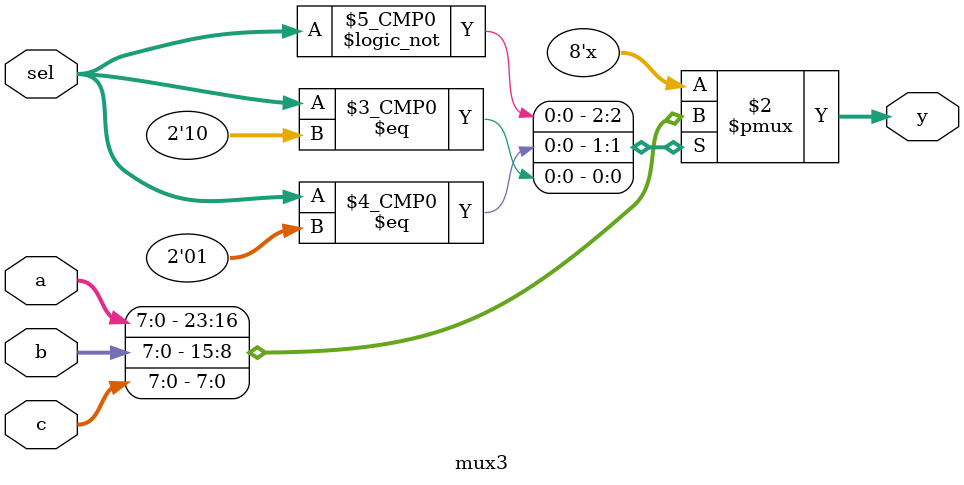
<source format=v>
`timescale 1ns/10ps

module mux3(
    input wire [7:0] a,
    input wire [7:0] b,
    input wire [7:0] c,
    input wire [1:0] sel,
    output reg [7:0] y
);
    always @(*) begin
        case (sel)
            2'b00: y <= a;
            2'b01: y <= b;
            2'b10: y <= c;
        endcase
    end
endmodule
</source>
